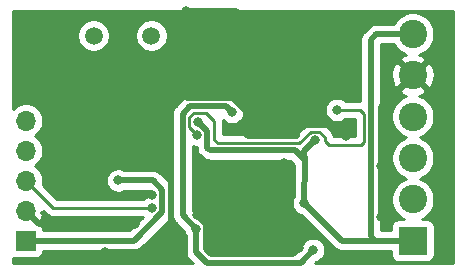
<source format=gbr>
G04 #@! TF.GenerationSoftware,KiCad,Pcbnew,5.1.5+dfsg1-2build2*
G04 #@! TF.CreationDate,2022-02-15T20:08:37+01:00*
G04 #@! TF.ProjectId,LIN_DISCO3,4c494e5f-4449-4534-934f-332e6b696361,rev?*
G04 #@! TF.SameCoordinates,Original*
G04 #@! TF.FileFunction,Copper,L2,Bot*
G04 #@! TF.FilePolarity,Positive*
%FSLAX46Y46*%
G04 Gerber Fmt 4.6, Leading zero omitted, Abs format (unit mm)*
G04 Created by KiCad (PCBNEW 5.1.5+dfsg1-2build2) date 2022-02-15 20:08:37*
%MOMM*%
%LPD*%
G04 APERTURE LIST*
%ADD10C,1.500000*%
%ADD11O,1.700000X1.700000*%
%ADD12R,1.700000X1.700000*%
%ADD13C,2.400000*%
%ADD14R,2.400000X2.400000*%
%ADD15C,0.800000*%
%ADD16C,0.500000*%
%ADD17C,0.250000*%
%ADD18C,0.254000*%
G04 APERTURE END LIST*
D10*
X168354400Y-60756800D03*
X163474400Y-60756800D03*
D11*
X157734000Y-67945000D03*
X157734000Y-70485000D03*
X157734000Y-73025000D03*
X157734000Y-75565000D03*
D12*
X157734000Y-78105000D03*
D13*
X190500000Y-60605000D03*
X190500000Y-64105000D03*
X190500000Y-67605000D03*
X190500000Y-71105000D03*
X190500000Y-74605000D03*
D14*
X190500000Y-78105000D03*
D15*
X187833000Y-71755000D03*
X167005000Y-76708000D03*
X171323000Y-58674000D03*
X164896800Y-74218800D03*
X168457600Y-74214000D03*
X180848000Y-78740000D03*
X172262800Y-75895200D03*
X170840400Y-64516000D03*
X174599600Y-75742800D03*
X176375000Y-75742800D03*
X175564800Y-68834000D03*
X176682400Y-64516000D03*
X187794000Y-76098400D03*
X184819689Y-69277400D03*
X179628800Y-71526400D03*
X174650400Y-71932800D03*
X177749200Y-59740800D03*
X177749200Y-61061600D03*
X177749200Y-62230000D03*
X178917600Y-62230000D03*
X178917600Y-61061600D03*
X180086000Y-61061600D03*
X180086000Y-62230000D03*
X181051200Y-62230000D03*
X181152800Y-61061600D03*
X182168800Y-61112400D03*
X182168800Y-62230000D03*
X183184800Y-62230000D03*
X183184800Y-61061600D03*
X183184800Y-59740800D03*
X183028259Y-63292659D03*
X182168800Y-63296800D03*
X181102000Y-63296800D03*
X180086000Y-63296800D03*
X164439600Y-79044800D03*
X182067200Y-78892400D03*
X172161200Y-77114400D03*
X175209200Y-67208400D03*
X165557200Y-72999600D03*
X181305200Y-74930000D03*
X182219600Y-69596000D03*
X172313600Y-68021200D03*
X172238148Y-69147830D03*
X184099200Y-67032800D03*
X168402000Y-75311000D03*
D16*
X187833000Y-66772000D02*
X190500000Y-64105000D01*
X187833000Y-71755000D02*
X187833000Y-66772000D01*
X158838001Y-76669001D02*
X158583999Y-76414999D01*
X158583999Y-76414999D02*
X157734000Y-75565000D01*
X167005000Y-76708000D02*
X158838001Y-76669001D01*
X164896800Y-74218800D02*
X168452800Y-74218800D01*
X168452800Y-74218800D02*
X168457600Y-74214000D01*
X180848000Y-78740000D02*
X180340000Y-79248000D01*
X180340000Y-79248000D02*
X173431200Y-79248000D01*
X173431200Y-79248000D02*
X173024800Y-78841600D01*
X173024800Y-76657200D02*
X172262800Y-75895200D01*
X173024800Y-78841600D02*
X173024800Y-76657200D01*
X170840400Y-59156600D02*
X171323000Y-58674000D01*
X170840400Y-64516000D02*
X170840400Y-59156600D01*
X174599600Y-75742800D02*
X176375000Y-75742800D01*
X176414801Y-67105199D02*
X175298802Y-65989200D01*
X176414801Y-67983999D02*
X176414801Y-67105199D01*
X175564800Y-68834000D02*
X176414801Y-67983999D01*
X175298802Y-65989200D02*
X171399200Y-65989200D01*
X170840400Y-65430400D02*
X170840400Y-64516000D01*
X171399200Y-65989200D02*
X170840400Y-65430400D01*
X176682400Y-64516000D02*
X176682400Y-59842400D01*
X175514000Y-58674000D02*
X171323000Y-58674000D01*
X176682400Y-59842400D02*
X175514000Y-58674000D01*
X187794000Y-71794000D02*
X187833000Y-71755000D01*
X187794000Y-76098400D02*
X187794000Y-71794000D01*
X180669203Y-69283569D02*
X180746400Y-67868800D01*
X176130485Y-68834000D02*
X176580054Y-69283569D01*
X175564800Y-68834000D02*
X176130485Y-68834000D01*
X183838278Y-68295989D02*
X184819689Y-69277400D01*
X180398431Y-69283569D02*
X181386011Y-68295989D01*
X181386011Y-68295989D02*
X183838278Y-68295989D01*
X176580054Y-69283569D02*
X180398431Y-69283569D01*
X180398431Y-69283569D02*
X180669203Y-69283569D01*
X179628800Y-71526400D02*
X179063115Y-71526400D01*
X175056800Y-71526400D02*
X174650400Y-71932800D01*
X179063115Y-71526400D02*
X175056800Y-71526400D01*
X177749200Y-59740800D02*
X177749200Y-61061600D01*
X177749200Y-62230000D02*
X178917600Y-62230000D01*
X178917600Y-61061600D02*
X180086000Y-61061600D01*
X180086000Y-62230000D02*
X181051200Y-62230000D01*
X182118000Y-61061600D02*
X182168800Y-61112400D01*
X181152800Y-61061600D02*
X182118000Y-61061600D01*
X182168800Y-62230000D02*
X183184800Y-62230000D01*
X183184800Y-61061600D02*
X183184800Y-59740800D01*
X182172941Y-63292659D02*
X182168800Y-63296800D01*
X183028259Y-63292659D02*
X182172941Y-63292659D01*
X181102000Y-63296800D02*
X180086000Y-63296800D01*
X164439600Y-79044800D02*
X167944800Y-79044800D01*
X170007611Y-76981989D02*
X170007611Y-71800389D01*
X167944800Y-79044800D02*
X170007611Y-76981989D01*
X170007611Y-71800389D02*
X169682822Y-71475600D01*
X169682822Y-71475600D02*
X164134800Y-71475600D01*
X164134800Y-71475600D02*
X163982400Y-71628000D01*
X163982400Y-73304400D02*
X164896800Y-74218800D01*
X163982400Y-71628000D02*
X163982400Y-73304400D01*
X182067200Y-78892400D02*
X181000400Y-79959200D01*
X181000400Y-79959200D02*
X173075600Y-79959200D01*
X172161200Y-79044800D02*
X172161200Y-77114400D01*
X173075600Y-79959200D02*
X172161200Y-79044800D01*
X171013589Y-75966789D02*
X171013589Y-67340011D01*
X172161200Y-77114400D02*
X171013589Y-75966789D01*
X174721989Y-66721189D02*
X175209200Y-67208400D01*
X171632411Y-66721189D02*
X174721989Y-66721189D01*
X171013589Y-67340011D02*
X171632411Y-66721189D01*
X159084000Y-78105000D02*
X157734000Y-78105000D01*
X169307601Y-75663401D02*
X166866002Y-78105000D01*
X169307601Y-73805999D02*
X169307601Y-75663401D01*
X168501202Y-72999600D02*
X169307601Y-73805999D01*
X166866002Y-78105000D02*
X159084000Y-78105000D01*
X165557200Y-72999600D02*
X168501202Y-72999600D01*
X190500000Y-60605000D02*
X187426000Y-60605000D01*
X187426000Y-60605000D02*
X186944000Y-61087000D01*
X186944000Y-61087000D02*
X186944000Y-77724000D01*
X187325000Y-78105000D02*
X190500000Y-78105000D01*
X186944000Y-77724000D02*
X187325000Y-78105000D01*
X184480200Y-78105000D02*
X181305200Y-74930000D01*
X190500000Y-78105000D02*
X184480200Y-78105000D01*
X182219600Y-69596000D02*
X181305200Y-70510400D01*
X173088149Y-70218149D02*
X173303589Y-70433589D01*
X173088149Y-68795749D02*
X173088149Y-70218149D01*
X172313600Y-68021200D02*
X173088149Y-68795749D01*
X181356000Y-71298437D02*
X181356000Y-71475600D01*
X180491152Y-70433589D02*
X181356000Y-71298437D01*
X173303589Y-70433589D02*
X180491152Y-70433589D01*
X181356000Y-71475600D02*
X181305200Y-74930000D01*
X181305200Y-70510400D02*
X181356000Y-71475600D01*
D17*
X171588599Y-68498281D02*
X172238148Y-69147830D01*
X180907379Y-69858579D02*
X174252579Y-69858579D01*
X174244000Y-69850000D02*
X173990000Y-69850000D01*
X181894959Y-68870999D02*
X180907379Y-69858579D01*
X173990000Y-69850000D02*
X173685200Y-69545200D01*
X173685200Y-69545200D02*
X173685200Y-67970400D01*
X173685200Y-67970400D02*
X173010999Y-67296199D01*
X173010999Y-67296199D02*
X171965599Y-67296199D01*
X171965599Y-67296199D02*
X171588599Y-67673199D01*
X174252579Y-69858579D02*
X174244000Y-69850000D01*
X171588599Y-67673199D02*
X171588599Y-68498281D01*
X182567601Y-68870999D02*
X183032400Y-69335798D01*
X181894959Y-68870999D02*
X182567601Y-68870999D01*
X183032400Y-69335798D02*
X183032400Y-69646800D01*
X183032400Y-69646800D02*
X183388000Y-70002400D01*
X186080400Y-70002400D02*
X186368990Y-69713810D01*
X183388000Y-70002400D02*
X186080400Y-70002400D01*
X186368990Y-69713810D02*
X186368990Y-67344590D01*
X186057200Y-67032800D02*
X184099200Y-67032800D01*
X186368990Y-67344590D02*
X186057200Y-67032800D01*
X160020000Y-75311000D02*
X157734000Y-73025000D01*
X168402000Y-75311000D02*
X160020000Y-75311000D01*
D18*
G36*
X193904000Y-79985000D02*
G01*
X182226179Y-79985000D01*
X182312244Y-79898935D01*
X182369098Y-79887626D01*
X182557456Y-79809605D01*
X182726974Y-79696337D01*
X182871137Y-79552174D01*
X182984405Y-79382656D01*
X183062426Y-79194298D01*
X183102200Y-78994339D01*
X183102200Y-78790461D01*
X183062426Y-78590502D01*
X182984405Y-78402144D01*
X182871137Y-78232626D01*
X182726974Y-78088463D01*
X182557456Y-77975195D01*
X182369098Y-77897174D01*
X182169139Y-77857400D01*
X181965261Y-77857400D01*
X181765302Y-77897174D01*
X181576944Y-77975195D01*
X181407426Y-78088463D01*
X181263263Y-78232626D01*
X181149995Y-78402144D01*
X181071974Y-78590502D01*
X181060665Y-78647356D01*
X180633822Y-79074200D01*
X173442179Y-79074200D01*
X173046200Y-78678222D01*
X173046200Y-77652854D01*
X173078405Y-77604656D01*
X173156426Y-77416298D01*
X173196200Y-77216339D01*
X173196200Y-77012461D01*
X173156426Y-76812502D01*
X173078405Y-76624144D01*
X172965137Y-76454626D01*
X172820974Y-76310463D01*
X172651456Y-76197195D01*
X172463098Y-76119174D01*
X172406244Y-76107865D01*
X171898589Y-75600211D01*
X171898589Y-70127456D01*
X171936250Y-70143056D01*
X172136209Y-70182830D01*
X172202346Y-70182830D01*
X172198868Y-70218149D01*
X172215954Y-70391639D01*
X172266561Y-70558462D01*
X172348739Y-70712208D01*
X172431617Y-70813195D01*
X172431620Y-70813198D01*
X172459333Y-70846966D01*
X172493101Y-70874679D01*
X172647055Y-71028633D01*
X172674772Y-71062406D01*
X172809530Y-71173000D01*
X172963276Y-71255178D01*
X173130099Y-71305784D01*
X173260112Y-71318589D01*
X173260122Y-71318589D01*
X173303588Y-71322870D01*
X173347054Y-71318589D01*
X180124574Y-71318589D01*
X180468161Y-71662176D01*
X180428199Y-74379574D01*
X180387995Y-74439744D01*
X180309974Y-74628102D01*
X180270200Y-74828061D01*
X180270200Y-75031939D01*
X180309974Y-75231898D01*
X180387995Y-75420256D01*
X180501263Y-75589774D01*
X180645426Y-75733937D01*
X180814944Y-75847205D01*
X181003302Y-75925226D01*
X181060157Y-75936535D01*
X183823670Y-78700049D01*
X183851383Y-78733817D01*
X183885151Y-78761530D01*
X183885153Y-78761532D01*
X183920403Y-78790461D01*
X183986141Y-78844411D01*
X184139887Y-78926589D01*
X184306710Y-78977195D01*
X184436723Y-78990000D01*
X184436733Y-78990000D01*
X184480199Y-78994281D01*
X184523666Y-78990000D01*
X187281533Y-78990000D01*
X187324999Y-78994281D01*
X187368465Y-78990000D01*
X188661928Y-78990000D01*
X188661928Y-79305000D01*
X188674188Y-79429482D01*
X188710498Y-79549180D01*
X188769463Y-79659494D01*
X188848815Y-79756185D01*
X188945506Y-79835537D01*
X189055820Y-79894502D01*
X189175518Y-79930812D01*
X189300000Y-79943072D01*
X191700000Y-79943072D01*
X191824482Y-79930812D01*
X191944180Y-79894502D01*
X192054494Y-79835537D01*
X192151185Y-79756185D01*
X192230537Y-79659494D01*
X192289502Y-79549180D01*
X192325812Y-79429482D01*
X192338072Y-79305000D01*
X192338072Y-76905000D01*
X192325812Y-76780518D01*
X192289502Y-76660820D01*
X192230537Y-76550506D01*
X192151185Y-76453815D01*
X192054494Y-76374463D01*
X191944180Y-76315498D01*
X191824482Y-76279188D01*
X191700000Y-76266928D01*
X191282838Y-76266928D01*
X191369199Y-76231156D01*
X191669744Y-76030338D01*
X191925338Y-75774744D01*
X192126156Y-75474199D01*
X192264482Y-75140250D01*
X192335000Y-74785732D01*
X192335000Y-74424268D01*
X192264482Y-74069750D01*
X192126156Y-73735801D01*
X191925338Y-73435256D01*
X191669744Y-73179662D01*
X191369199Y-72978844D01*
X191070213Y-72855000D01*
X191369199Y-72731156D01*
X191669744Y-72530338D01*
X191925338Y-72274744D01*
X192126156Y-71974199D01*
X192264482Y-71640250D01*
X192335000Y-71285732D01*
X192335000Y-70924268D01*
X192264482Y-70569750D01*
X192126156Y-70235801D01*
X191925338Y-69935256D01*
X191669744Y-69679662D01*
X191369199Y-69478844D01*
X191070213Y-69355000D01*
X191369199Y-69231156D01*
X191669744Y-69030338D01*
X191925338Y-68774744D01*
X192126156Y-68474199D01*
X192264482Y-68140250D01*
X192335000Y-67785732D01*
X192335000Y-67424268D01*
X192264482Y-67069750D01*
X192126156Y-66735801D01*
X191925338Y-66435256D01*
X191669744Y-66179662D01*
X191369199Y-65978844D01*
X191062511Y-65851810D01*
X191255833Y-65786846D01*
X191478486Y-65667836D01*
X191598374Y-65382980D01*
X190500000Y-64284605D01*
X189401626Y-65382980D01*
X189521514Y-65667836D01*
X189845210Y-65828699D01*
X189934690Y-65852969D01*
X189630801Y-65978844D01*
X189330256Y-66179662D01*
X189074662Y-66435256D01*
X188873844Y-66735801D01*
X188735518Y-67069750D01*
X188665000Y-67424268D01*
X188665000Y-67785732D01*
X188735518Y-68140250D01*
X188873844Y-68474199D01*
X189074662Y-68774744D01*
X189330256Y-69030338D01*
X189630801Y-69231156D01*
X189929787Y-69355000D01*
X189630801Y-69478844D01*
X189330256Y-69679662D01*
X189074662Y-69935256D01*
X188873844Y-70235801D01*
X188735518Y-70569750D01*
X188665000Y-70924268D01*
X188665000Y-71285732D01*
X188735518Y-71640250D01*
X188873844Y-71974199D01*
X189074662Y-72274744D01*
X189330256Y-72530338D01*
X189630801Y-72731156D01*
X189929787Y-72855000D01*
X189630801Y-72978844D01*
X189330256Y-73179662D01*
X189074662Y-73435256D01*
X188873844Y-73735801D01*
X188735518Y-74069750D01*
X188665000Y-74424268D01*
X188665000Y-74785732D01*
X188735518Y-75140250D01*
X188873844Y-75474199D01*
X189074662Y-75774744D01*
X189330256Y-76030338D01*
X189630801Y-76231156D01*
X189717162Y-76266928D01*
X189300000Y-76266928D01*
X189175518Y-76279188D01*
X189055820Y-76315498D01*
X188945506Y-76374463D01*
X188848815Y-76453815D01*
X188769463Y-76550506D01*
X188710498Y-76660820D01*
X188674188Y-76780518D01*
X188661928Y-76905000D01*
X188661928Y-77220000D01*
X187829000Y-77220000D01*
X187829000Y-64159684D01*
X188656933Y-64159684D01*
X188703015Y-64518198D01*
X188818154Y-64860833D01*
X188937164Y-65083486D01*
X189222020Y-65203374D01*
X190320395Y-64105000D01*
X190679605Y-64105000D01*
X191777980Y-65203374D01*
X192062836Y-65083486D01*
X192223699Y-64759790D01*
X192318322Y-64410931D01*
X192343067Y-64050316D01*
X192296985Y-63691802D01*
X192181846Y-63349167D01*
X192062836Y-63126514D01*
X191777980Y-63006626D01*
X190679605Y-64105000D01*
X190320395Y-64105000D01*
X189222020Y-63006626D01*
X188937164Y-63126514D01*
X188776301Y-63450210D01*
X188681678Y-63799069D01*
X188656933Y-64159684D01*
X187829000Y-64159684D01*
X187829000Y-61490000D01*
X188884402Y-61490000D01*
X189074662Y-61774744D01*
X189330256Y-62030338D01*
X189630801Y-62231156D01*
X189937489Y-62358190D01*
X189744167Y-62423154D01*
X189521514Y-62542164D01*
X189401626Y-62827020D01*
X190500000Y-63925395D01*
X191598374Y-62827020D01*
X191478486Y-62542164D01*
X191154790Y-62381301D01*
X191065310Y-62357031D01*
X191369199Y-62231156D01*
X191669744Y-62030338D01*
X191925338Y-61774744D01*
X192126156Y-61474199D01*
X192264482Y-61140250D01*
X192335000Y-60785732D01*
X192335000Y-60424268D01*
X192264482Y-60069750D01*
X192126156Y-59735801D01*
X191925338Y-59435256D01*
X191669744Y-59179662D01*
X191369199Y-58978844D01*
X191035250Y-58840518D01*
X190680732Y-58770000D01*
X190319268Y-58770000D01*
X189964750Y-58840518D01*
X189630801Y-58978844D01*
X189330256Y-59179662D01*
X189074662Y-59435256D01*
X188884402Y-59720000D01*
X187469469Y-59720000D01*
X187426000Y-59715719D01*
X187382531Y-59720000D01*
X187382523Y-59720000D01*
X187267306Y-59731348D01*
X187252509Y-59732805D01*
X187201903Y-59748157D01*
X187085687Y-59783411D01*
X186931941Y-59865589D01*
X186797183Y-59976183D01*
X186769466Y-60009956D01*
X186348956Y-60430466D01*
X186315183Y-60458183D01*
X186204589Y-60592942D01*
X186122411Y-60746688D01*
X186071805Y-60913511D01*
X186059000Y-61043524D01*
X186059000Y-61043531D01*
X186054719Y-61087000D01*
X186059000Y-61130469D01*
X186059000Y-66269301D01*
X186057200Y-66269124D01*
X186019878Y-66272800D01*
X184802911Y-66272800D01*
X184758974Y-66228863D01*
X184589456Y-66115595D01*
X184401098Y-66037574D01*
X184201139Y-65997800D01*
X183997261Y-65997800D01*
X183797302Y-66037574D01*
X183608944Y-66115595D01*
X183439426Y-66228863D01*
X183295263Y-66373026D01*
X183181995Y-66542544D01*
X183103974Y-66730902D01*
X183064200Y-66930861D01*
X183064200Y-67134739D01*
X183103974Y-67334698D01*
X183181995Y-67523056D01*
X183295263Y-67692574D01*
X183439426Y-67836737D01*
X183608944Y-67950005D01*
X183797302Y-68028026D01*
X183997261Y-68067800D01*
X184201139Y-68067800D01*
X184401098Y-68028026D01*
X184589456Y-67950005D01*
X184758974Y-67836737D01*
X184802911Y-67792800D01*
X185608991Y-67792800D01*
X185608990Y-69242400D01*
X183786878Y-69242400D01*
X183781403Y-69186812D01*
X183737946Y-69043551D01*
X183723447Y-69016426D01*
X183667374Y-68911521D01*
X183632431Y-68868944D01*
X183572401Y-68795797D01*
X183543398Y-68771995D01*
X183131405Y-68360002D01*
X183107602Y-68330998D01*
X182991877Y-68236025D01*
X182859848Y-68165453D01*
X182716587Y-68121996D01*
X182604934Y-68110999D01*
X182604923Y-68110999D01*
X182567601Y-68107323D01*
X182530279Y-68110999D01*
X181932281Y-68110999D01*
X181894958Y-68107323D01*
X181857635Y-68110999D01*
X181857626Y-68110999D01*
X181745973Y-68121996D01*
X181615417Y-68161599D01*
X181602712Y-68165453D01*
X181470682Y-68236025D01*
X181438245Y-68262646D01*
X181354958Y-68330998D01*
X181331160Y-68359996D01*
X180592578Y-69098579D01*
X174445200Y-69098579D01*
X174445200Y-68007722D01*
X174448876Y-67970399D01*
X174445200Y-67933076D01*
X174445200Y-67933067D01*
X174442473Y-67905384D01*
X174549426Y-68012337D01*
X174718944Y-68125605D01*
X174907302Y-68203626D01*
X175107261Y-68243400D01*
X175311139Y-68243400D01*
X175511098Y-68203626D01*
X175699456Y-68125605D01*
X175868974Y-68012337D01*
X176013137Y-67868174D01*
X176126405Y-67698656D01*
X176204426Y-67510298D01*
X176244200Y-67310339D01*
X176244200Y-67106461D01*
X176204426Y-66906502D01*
X176126405Y-66718144D01*
X176013137Y-66548626D01*
X175868974Y-66404463D01*
X175699456Y-66291195D01*
X175511098Y-66213174D01*
X175454243Y-66201865D01*
X175378523Y-66126145D01*
X175350806Y-66092372D01*
X175216048Y-65981778D01*
X175062302Y-65899600D01*
X174895479Y-65848994D01*
X174765466Y-65836189D01*
X174765458Y-65836189D01*
X174721989Y-65831908D01*
X174678520Y-65836189D01*
X171675876Y-65836189D01*
X171632410Y-65831908D01*
X171588944Y-65836189D01*
X171588934Y-65836189D01*
X171458921Y-65848994D01*
X171292098Y-65899600D01*
X171138352Y-65981778D01*
X171138350Y-65981779D01*
X171138351Y-65981779D01*
X171037364Y-66064657D01*
X171037362Y-66064659D01*
X171003594Y-66092372D01*
X170975881Y-66126140D01*
X170418540Y-66683482D01*
X170384773Y-66711194D01*
X170357060Y-66744962D01*
X170357057Y-66744965D01*
X170274179Y-66845952D01*
X170192001Y-66999698D01*
X170141394Y-67166521D01*
X170124308Y-67340011D01*
X170128590Y-67383490D01*
X170128589Y-73464562D01*
X170047012Y-73311940D01*
X169936418Y-73177182D01*
X169902651Y-73149470D01*
X169157736Y-72404556D01*
X169130019Y-72370783D01*
X168995261Y-72260189D01*
X168841515Y-72178011D01*
X168674692Y-72127405D01*
X168544679Y-72114600D01*
X168544671Y-72114600D01*
X168501202Y-72110319D01*
X168457733Y-72114600D01*
X166095654Y-72114600D01*
X166047456Y-72082395D01*
X165859098Y-72004374D01*
X165659139Y-71964600D01*
X165455261Y-71964600D01*
X165255302Y-72004374D01*
X165066944Y-72082395D01*
X164897426Y-72195663D01*
X164753263Y-72339826D01*
X164639995Y-72509344D01*
X164561974Y-72697702D01*
X164522200Y-72897661D01*
X164522200Y-73101539D01*
X164561974Y-73301498D01*
X164639995Y-73489856D01*
X164753263Y-73659374D01*
X164897426Y-73803537D01*
X165066944Y-73916805D01*
X165255302Y-73994826D01*
X165455261Y-74034600D01*
X165659139Y-74034600D01*
X165859098Y-73994826D01*
X166047456Y-73916805D01*
X166095654Y-73884600D01*
X168134624Y-73884600D01*
X168422601Y-74172578D01*
X168422601Y-74276000D01*
X168300061Y-74276000D01*
X168100102Y-74315774D01*
X167911744Y-74393795D01*
X167742226Y-74507063D01*
X167698289Y-74551000D01*
X160334802Y-74551000D01*
X159175209Y-73391408D01*
X159219000Y-73171260D01*
X159219000Y-72878740D01*
X159161932Y-72591842D01*
X159049990Y-72321589D01*
X158887475Y-72078368D01*
X158680632Y-71871525D01*
X158506240Y-71755000D01*
X158680632Y-71638475D01*
X158887475Y-71431632D01*
X159049990Y-71188411D01*
X159161932Y-70918158D01*
X159219000Y-70631260D01*
X159219000Y-70338740D01*
X159161932Y-70051842D01*
X159049990Y-69781589D01*
X158887475Y-69538368D01*
X158680632Y-69331525D01*
X158506240Y-69215000D01*
X158680632Y-69098475D01*
X158887475Y-68891632D01*
X159049990Y-68648411D01*
X159161932Y-68378158D01*
X159219000Y-68091260D01*
X159219000Y-67798740D01*
X159161932Y-67511842D01*
X159049990Y-67241589D01*
X158887475Y-66998368D01*
X158680632Y-66791525D01*
X158437411Y-66629010D01*
X158167158Y-66517068D01*
X157880260Y-66460000D01*
X157587740Y-66460000D01*
X157300842Y-66517068D01*
X157030589Y-66629010D01*
X156787368Y-66791525D01*
X156616000Y-66962893D01*
X156616000Y-60620389D01*
X162089400Y-60620389D01*
X162089400Y-60893211D01*
X162142625Y-61160789D01*
X162247029Y-61412843D01*
X162398601Y-61639686D01*
X162591514Y-61832599D01*
X162818357Y-61984171D01*
X163070411Y-62088575D01*
X163337989Y-62141800D01*
X163610811Y-62141800D01*
X163878389Y-62088575D01*
X164130443Y-61984171D01*
X164357286Y-61832599D01*
X164550199Y-61639686D01*
X164701771Y-61412843D01*
X164806175Y-61160789D01*
X164859400Y-60893211D01*
X164859400Y-60620389D01*
X166969400Y-60620389D01*
X166969400Y-60893211D01*
X167022625Y-61160789D01*
X167127029Y-61412843D01*
X167278601Y-61639686D01*
X167471514Y-61832599D01*
X167698357Y-61984171D01*
X167950411Y-62088575D01*
X168217989Y-62141800D01*
X168490811Y-62141800D01*
X168758389Y-62088575D01*
X169010443Y-61984171D01*
X169237286Y-61832599D01*
X169430199Y-61639686D01*
X169581771Y-61412843D01*
X169686175Y-61160789D01*
X169739400Y-60893211D01*
X169739400Y-60620389D01*
X169686175Y-60352811D01*
X169581771Y-60100757D01*
X169430199Y-59873914D01*
X169237286Y-59681001D01*
X169010443Y-59529429D01*
X168758389Y-59425025D01*
X168490811Y-59371800D01*
X168217989Y-59371800D01*
X167950411Y-59425025D01*
X167698357Y-59529429D01*
X167471514Y-59681001D01*
X167278601Y-59873914D01*
X167127029Y-60100757D01*
X167022625Y-60352811D01*
X166969400Y-60620389D01*
X164859400Y-60620389D01*
X164806175Y-60352811D01*
X164701771Y-60100757D01*
X164550199Y-59873914D01*
X164357286Y-59681001D01*
X164130443Y-59529429D01*
X163878389Y-59425025D01*
X163610811Y-59371800D01*
X163337989Y-59371800D01*
X163070411Y-59425025D01*
X162818357Y-59529429D01*
X162591514Y-59681001D01*
X162398601Y-59873914D01*
X162247029Y-60100757D01*
X162142625Y-60352811D01*
X162089400Y-60620389D01*
X156616000Y-60620389D01*
X156616000Y-58699000D01*
X193904001Y-58699000D01*
X193904000Y-79985000D01*
G37*
X193904000Y-79985000D02*
X182226179Y-79985000D01*
X182312244Y-79898935D01*
X182369098Y-79887626D01*
X182557456Y-79809605D01*
X182726974Y-79696337D01*
X182871137Y-79552174D01*
X182984405Y-79382656D01*
X183062426Y-79194298D01*
X183102200Y-78994339D01*
X183102200Y-78790461D01*
X183062426Y-78590502D01*
X182984405Y-78402144D01*
X182871137Y-78232626D01*
X182726974Y-78088463D01*
X182557456Y-77975195D01*
X182369098Y-77897174D01*
X182169139Y-77857400D01*
X181965261Y-77857400D01*
X181765302Y-77897174D01*
X181576944Y-77975195D01*
X181407426Y-78088463D01*
X181263263Y-78232626D01*
X181149995Y-78402144D01*
X181071974Y-78590502D01*
X181060665Y-78647356D01*
X180633822Y-79074200D01*
X173442179Y-79074200D01*
X173046200Y-78678222D01*
X173046200Y-77652854D01*
X173078405Y-77604656D01*
X173156426Y-77416298D01*
X173196200Y-77216339D01*
X173196200Y-77012461D01*
X173156426Y-76812502D01*
X173078405Y-76624144D01*
X172965137Y-76454626D01*
X172820974Y-76310463D01*
X172651456Y-76197195D01*
X172463098Y-76119174D01*
X172406244Y-76107865D01*
X171898589Y-75600211D01*
X171898589Y-70127456D01*
X171936250Y-70143056D01*
X172136209Y-70182830D01*
X172202346Y-70182830D01*
X172198868Y-70218149D01*
X172215954Y-70391639D01*
X172266561Y-70558462D01*
X172348739Y-70712208D01*
X172431617Y-70813195D01*
X172431620Y-70813198D01*
X172459333Y-70846966D01*
X172493101Y-70874679D01*
X172647055Y-71028633D01*
X172674772Y-71062406D01*
X172809530Y-71173000D01*
X172963276Y-71255178D01*
X173130099Y-71305784D01*
X173260112Y-71318589D01*
X173260122Y-71318589D01*
X173303588Y-71322870D01*
X173347054Y-71318589D01*
X180124574Y-71318589D01*
X180468161Y-71662176D01*
X180428199Y-74379574D01*
X180387995Y-74439744D01*
X180309974Y-74628102D01*
X180270200Y-74828061D01*
X180270200Y-75031939D01*
X180309974Y-75231898D01*
X180387995Y-75420256D01*
X180501263Y-75589774D01*
X180645426Y-75733937D01*
X180814944Y-75847205D01*
X181003302Y-75925226D01*
X181060157Y-75936535D01*
X183823670Y-78700049D01*
X183851383Y-78733817D01*
X183885151Y-78761530D01*
X183885153Y-78761532D01*
X183920403Y-78790461D01*
X183986141Y-78844411D01*
X184139887Y-78926589D01*
X184306710Y-78977195D01*
X184436723Y-78990000D01*
X184436733Y-78990000D01*
X184480199Y-78994281D01*
X184523666Y-78990000D01*
X187281533Y-78990000D01*
X187324999Y-78994281D01*
X187368465Y-78990000D01*
X188661928Y-78990000D01*
X188661928Y-79305000D01*
X188674188Y-79429482D01*
X188710498Y-79549180D01*
X188769463Y-79659494D01*
X188848815Y-79756185D01*
X188945506Y-79835537D01*
X189055820Y-79894502D01*
X189175518Y-79930812D01*
X189300000Y-79943072D01*
X191700000Y-79943072D01*
X191824482Y-79930812D01*
X191944180Y-79894502D01*
X192054494Y-79835537D01*
X192151185Y-79756185D01*
X192230537Y-79659494D01*
X192289502Y-79549180D01*
X192325812Y-79429482D01*
X192338072Y-79305000D01*
X192338072Y-76905000D01*
X192325812Y-76780518D01*
X192289502Y-76660820D01*
X192230537Y-76550506D01*
X192151185Y-76453815D01*
X192054494Y-76374463D01*
X191944180Y-76315498D01*
X191824482Y-76279188D01*
X191700000Y-76266928D01*
X191282838Y-76266928D01*
X191369199Y-76231156D01*
X191669744Y-76030338D01*
X191925338Y-75774744D01*
X192126156Y-75474199D01*
X192264482Y-75140250D01*
X192335000Y-74785732D01*
X192335000Y-74424268D01*
X192264482Y-74069750D01*
X192126156Y-73735801D01*
X191925338Y-73435256D01*
X191669744Y-73179662D01*
X191369199Y-72978844D01*
X191070213Y-72855000D01*
X191369199Y-72731156D01*
X191669744Y-72530338D01*
X191925338Y-72274744D01*
X192126156Y-71974199D01*
X192264482Y-71640250D01*
X192335000Y-71285732D01*
X192335000Y-70924268D01*
X192264482Y-70569750D01*
X192126156Y-70235801D01*
X191925338Y-69935256D01*
X191669744Y-69679662D01*
X191369199Y-69478844D01*
X191070213Y-69355000D01*
X191369199Y-69231156D01*
X191669744Y-69030338D01*
X191925338Y-68774744D01*
X192126156Y-68474199D01*
X192264482Y-68140250D01*
X192335000Y-67785732D01*
X192335000Y-67424268D01*
X192264482Y-67069750D01*
X192126156Y-66735801D01*
X191925338Y-66435256D01*
X191669744Y-66179662D01*
X191369199Y-65978844D01*
X191062511Y-65851810D01*
X191255833Y-65786846D01*
X191478486Y-65667836D01*
X191598374Y-65382980D01*
X190500000Y-64284605D01*
X189401626Y-65382980D01*
X189521514Y-65667836D01*
X189845210Y-65828699D01*
X189934690Y-65852969D01*
X189630801Y-65978844D01*
X189330256Y-66179662D01*
X189074662Y-66435256D01*
X188873844Y-66735801D01*
X188735518Y-67069750D01*
X188665000Y-67424268D01*
X188665000Y-67785732D01*
X188735518Y-68140250D01*
X188873844Y-68474199D01*
X189074662Y-68774744D01*
X189330256Y-69030338D01*
X189630801Y-69231156D01*
X189929787Y-69355000D01*
X189630801Y-69478844D01*
X189330256Y-69679662D01*
X189074662Y-69935256D01*
X188873844Y-70235801D01*
X188735518Y-70569750D01*
X188665000Y-70924268D01*
X188665000Y-71285732D01*
X188735518Y-71640250D01*
X188873844Y-71974199D01*
X189074662Y-72274744D01*
X189330256Y-72530338D01*
X189630801Y-72731156D01*
X189929787Y-72855000D01*
X189630801Y-72978844D01*
X189330256Y-73179662D01*
X189074662Y-73435256D01*
X188873844Y-73735801D01*
X188735518Y-74069750D01*
X188665000Y-74424268D01*
X188665000Y-74785732D01*
X188735518Y-75140250D01*
X188873844Y-75474199D01*
X189074662Y-75774744D01*
X189330256Y-76030338D01*
X189630801Y-76231156D01*
X189717162Y-76266928D01*
X189300000Y-76266928D01*
X189175518Y-76279188D01*
X189055820Y-76315498D01*
X188945506Y-76374463D01*
X188848815Y-76453815D01*
X188769463Y-76550506D01*
X188710498Y-76660820D01*
X188674188Y-76780518D01*
X188661928Y-76905000D01*
X188661928Y-77220000D01*
X187829000Y-77220000D01*
X187829000Y-64159684D01*
X188656933Y-64159684D01*
X188703015Y-64518198D01*
X188818154Y-64860833D01*
X188937164Y-65083486D01*
X189222020Y-65203374D01*
X190320395Y-64105000D01*
X190679605Y-64105000D01*
X191777980Y-65203374D01*
X192062836Y-65083486D01*
X192223699Y-64759790D01*
X192318322Y-64410931D01*
X192343067Y-64050316D01*
X192296985Y-63691802D01*
X192181846Y-63349167D01*
X192062836Y-63126514D01*
X191777980Y-63006626D01*
X190679605Y-64105000D01*
X190320395Y-64105000D01*
X189222020Y-63006626D01*
X188937164Y-63126514D01*
X188776301Y-63450210D01*
X188681678Y-63799069D01*
X188656933Y-64159684D01*
X187829000Y-64159684D01*
X187829000Y-61490000D01*
X188884402Y-61490000D01*
X189074662Y-61774744D01*
X189330256Y-62030338D01*
X189630801Y-62231156D01*
X189937489Y-62358190D01*
X189744167Y-62423154D01*
X189521514Y-62542164D01*
X189401626Y-62827020D01*
X190500000Y-63925395D01*
X191598374Y-62827020D01*
X191478486Y-62542164D01*
X191154790Y-62381301D01*
X191065310Y-62357031D01*
X191369199Y-62231156D01*
X191669744Y-62030338D01*
X191925338Y-61774744D01*
X192126156Y-61474199D01*
X192264482Y-61140250D01*
X192335000Y-60785732D01*
X192335000Y-60424268D01*
X192264482Y-60069750D01*
X192126156Y-59735801D01*
X191925338Y-59435256D01*
X191669744Y-59179662D01*
X191369199Y-58978844D01*
X191035250Y-58840518D01*
X190680732Y-58770000D01*
X190319268Y-58770000D01*
X189964750Y-58840518D01*
X189630801Y-58978844D01*
X189330256Y-59179662D01*
X189074662Y-59435256D01*
X188884402Y-59720000D01*
X187469469Y-59720000D01*
X187426000Y-59715719D01*
X187382531Y-59720000D01*
X187382523Y-59720000D01*
X187267306Y-59731348D01*
X187252509Y-59732805D01*
X187201903Y-59748157D01*
X187085687Y-59783411D01*
X186931941Y-59865589D01*
X186797183Y-59976183D01*
X186769466Y-60009956D01*
X186348956Y-60430466D01*
X186315183Y-60458183D01*
X186204589Y-60592942D01*
X186122411Y-60746688D01*
X186071805Y-60913511D01*
X186059000Y-61043524D01*
X186059000Y-61043531D01*
X186054719Y-61087000D01*
X186059000Y-61130469D01*
X186059000Y-66269301D01*
X186057200Y-66269124D01*
X186019878Y-66272800D01*
X184802911Y-66272800D01*
X184758974Y-66228863D01*
X184589456Y-66115595D01*
X184401098Y-66037574D01*
X184201139Y-65997800D01*
X183997261Y-65997800D01*
X183797302Y-66037574D01*
X183608944Y-66115595D01*
X183439426Y-66228863D01*
X183295263Y-66373026D01*
X183181995Y-66542544D01*
X183103974Y-66730902D01*
X183064200Y-66930861D01*
X183064200Y-67134739D01*
X183103974Y-67334698D01*
X183181995Y-67523056D01*
X183295263Y-67692574D01*
X183439426Y-67836737D01*
X183608944Y-67950005D01*
X183797302Y-68028026D01*
X183997261Y-68067800D01*
X184201139Y-68067800D01*
X184401098Y-68028026D01*
X184589456Y-67950005D01*
X184758974Y-67836737D01*
X184802911Y-67792800D01*
X185608991Y-67792800D01*
X185608990Y-69242400D01*
X183786878Y-69242400D01*
X183781403Y-69186812D01*
X183737946Y-69043551D01*
X183723447Y-69016426D01*
X183667374Y-68911521D01*
X183632431Y-68868944D01*
X183572401Y-68795797D01*
X183543398Y-68771995D01*
X183131405Y-68360002D01*
X183107602Y-68330998D01*
X182991877Y-68236025D01*
X182859848Y-68165453D01*
X182716587Y-68121996D01*
X182604934Y-68110999D01*
X182604923Y-68110999D01*
X182567601Y-68107323D01*
X182530279Y-68110999D01*
X181932281Y-68110999D01*
X181894958Y-68107323D01*
X181857635Y-68110999D01*
X181857626Y-68110999D01*
X181745973Y-68121996D01*
X181615417Y-68161599D01*
X181602712Y-68165453D01*
X181470682Y-68236025D01*
X181438245Y-68262646D01*
X181354958Y-68330998D01*
X181331160Y-68359996D01*
X180592578Y-69098579D01*
X174445200Y-69098579D01*
X174445200Y-68007722D01*
X174448876Y-67970399D01*
X174445200Y-67933076D01*
X174445200Y-67933067D01*
X174442473Y-67905384D01*
X174549426Y-68012337D01*
X174718944Y-68125605D01*
X174907302Y-68203626D01*
X175107261Y-68243400D01*
X175311139Y-68243400D01*
X175511098Y-68203626D01*
X175699456Y-68125605D01*
X175868974Y-68012337D01*
X176013137Y-67868174D01*
X176126405Y-67698656D01*
X176204426Y-67510298D01*
X176244200Y-67310339D01*
X176244200Y-67106461D01*
X176204426Y-66906502D01*
X176126405Y-66718144D01*
X176013137Y-66548626D01*
X175868974Y-66404463D01*
X175699456Y-66291195D01*
X175511098Y-66213174D01*
X175454243Y-66201865D01*
X175378523Y-66126145D01*
X175350806Y-66092372D01*
X175216048Y-65981778D01*
X175062302Y-65899600D01*
X174895479Y-65848994D01*
X174765466Y-65836189D01*
X174765458Y-65836189D01*
X174721989Y-65831908D01*
X174678520Y-65836189D01*
X171675876Y-65836189D01*
X171632410Y-65831908D01*
X171588944Y-65836189D01*
X171588934Y-65836189D01*
X171458921Y-65848994D01*
X171292098Y-65899600D01*
X171138352Y-65981778D01*
X171138350Y-65981779D01*
X171138351Y-65981779D01*
X171037364Y-66064657D01*
X171037362Y-66064659D01*
X171003594Y-66092372D01*
X170975881Y-66126140D01*
X170418540Y-66683482D01*
X170384773Y-66711194D01*
X170357060Y-66744962D01*
X170357057Y-66744965D01*
X170274179Y-66845952D01*
X170192001Y-66999698D01*
X170141394Y-67166521D01*
X170124308Y-67340011D01*
X170128590Y-67383490D01*
X170128589Y-73464562D01*
X170047012Y-73311940D01*
X169936418Y-73177182D01*
X169902651Y-73149470D01*
X169157736Y-72404556D01*
X169130019Y-72370783D01*
X168995261Y-72260189D01*
X168841515Y-72178011D01*
X168674692Y-72127405D01*
X168544679Y-72114600D01*
X168544671Y-72114600D01*
X168501202Y-72110319D01*
X168457733Y-72114600D01*
X166095654Y-72114600D01*
X166047456Y-72082395D01*
X165859098Y-72004374D01*
X165659139Y-71964600D01*
X165455261Y-71964600D01*
X165255302Y-72004374D01*
X165066944Y-72082395D01*
X164897426Y-72195663D01*
X164753263Y-72339826D01*
X164639995Y-72509344D01*
X164561974Y-72697702D01*
X164522200Y-72897661D01*
X164522200Y-73101539D01*
X164561974Y-73301498D01*
X164639995Y-73489856D01*
X164753263Y-73659374D01*
X164897426Y-73803537D01*
X165066944Y-73916805D01*
X165255302Y-73994826D01*
X165455261Y-74034600D01*
X165659139Y-74034600D01*
X165859098Y-73994826D01*
X166047456Y-73916805D01*
X166095654Y-73884600D01*
X168134624Y-73884600D01*
X168422601Y-74172578D01*
X168422601Y-74276000D01*
X168300061Y-74276000D01*
X168100102Y-74315774D01*
X167911744Y-74393795D01*
X167742226Y-74507063D01*
X167698289Y-74551000D01*
X160334802Y-74551000D01*
X159175209Y-73391408D01*
X159219000Y-73171260D01*
X159219000Y-72878740D01*
X159161932Y-72591842D01*
X159049990Y-72321589D01*
X158887475Y-72078368D01*
X158680632Y-71871525D01*
X158506240Y-71755000D01*
X158680632Y-71638475D01*
X158887475Y-71431632D01*
X159049990Y-71188411D01*
X159161932Y-70918158D01*
X159219000Y-70631260D01*
X159219000Y-70338740D01*
X159161932Y-70051842D01*
X159049990Y-69781589D01*
X158887475Y-69538368D01*
X158680632Y-69331525D01*
X158506240Y-69215000D01*
X158680632Y-69098475D01*
X158887475Y-68891632D01*
X159049990Y-68648411D01*
X159161932Y-68378158D01*
X159219000Y-68091260D01*
X159219000Y-67798740D01*
X159161932Y-67511842D01*
X159049990Y-67241589D01*
X158887475Y-66998368D01*
X158680632Y-66791525D01*
X158437411Y-66629010D01*
X158167158Y-66517068D01*
X157880260Y-66460000D01*
X157587740Y-66460000D01*
X157300842Y-66517068D01*
X157030589Y-66629010D01*
X156787368Y-66791525D01*
X156616000Y-66962893D01*
X156616000Y-60620389D01*
X162089400Y-60620389D01*
X162089400Y-60893211D01*
X162142625Y-61160789D01*
X162247029Y-61412843D01*
X162398601Y-61639686D01*
X162591514Y-61832599D01*
X162818357Y-61984171D01*
X163070411Y-62088575D01*
X163337989Y-62141800D01*
X163610811Y-62141800D01*
X163878389Y-62088575D01*
X164130443Y-61984171D01*
X164357286Y-61832599D01*
X164550199Y-61639686D01*
X164701771Y-61412843D01*
X164806175Y-61160789D01*
X164859400Y-60893211D01*
X164859400Y-60620389D01*
X166969400Y-60620389D01*
X166969400Y-60893211D01*
X167022625Y-61160789D01*
X167127029Y-61412843D01*
X167278601Y-61639686D01*
X167471514Y-61832599D01*
X167698357Y-61984171D01*
X167950411Y-62088575D01*
X168217989Y-62141800D01*
X168490811Y-62141800D01*
X168758389Y-62088575D01*
X169010443Y-61984171D01*
X169237286Y-61832599D01*
X169430199Y-61639686D01*
X169581771Y-61412843D01*
X169686175Y-61160789D01*
X169739400Y-60893211D01*
X169739400Y-60620389D01*
X169686175Y-60352811D01*
X169581771Y-60100757D01*
X169430199Y-59873914D01*
X169237286Y-59681001D01*
X169010443Y-59529429D01*
X168758389Y-59425025D01*
X168490811Y-59371800D01*
X168217989Y-59371800D01*
X167950411Y-59425025D01*
X167698357Y-59529429D01*
X167471514Y-59681001D01*
X167278601Y-59873914D01*
X167127029Y-60100757D01*
X167022625Y-60352811D01*
X166969400Y-60620389D01*
X164859400Y-60620389D01*
X164806175Y-60352811D01*
X164701771Y-60100757D01*
X164550199Y-59873914D01*
X164357286Y-59681001D01*
X164130443Y-59529429D01*
X163878389Y-59425025D01*
X163610811Y-59371800D01*
X163337989Y-59371800D01*
X163070411Y-59425025D01*
X162818357Y-59529429D01*
X162591514Y-59681001D01*
X162398601Y-59873914D01*
X162247029Y-60100757D01*
X162142625Y-60352811D01*
X162089400Y-60620389D01*
X156616000Y-60620389D01*
X156616000Y-58699000D01*
X193904001Y-58699000D01*
X193904000Y-79985000D01*
G36*
X170128589Y-76010258D02*
G01*
X170128589Y-76010265D01*
X170141394Y-76140278D01*
X170192000Y-76307101D01*
X170274178Y-76460847D01*
X170384772Y-76595606D01*
X170418545Y-76623323D01*
X171154665Y-77359444D01*
X171165974Y-77416298D01*
X171243995Y-77604656D01*
X171276201Y-77652855D01*
X171276200Y-79001331D01*
X171271919Y-79044800D01*
X171276200Y-79088269D01*
X171276200Y-79088276D01*
X171289005Y-79218289D01*
X171339611Y-79385112D01*
X171421789Y-79538858D01*
X171532383Y-79673617D01*
X171566156Y-79701334D01*
X171849822Y-79985000D01*
X156616000Y-79985000D01*
X156616000Y-79531770D01*
X156639820Y-79544502D01*
X156759518Y-79580812D01*
X156884000Y-79593072D01*
X158584000Y-79593072D01*
X158708482Y-79580812D01*
X158828180Y-79544502D01*
X158938494Y-79485537D01*
X159035185Y-79406185D01*
X159114537Y-79309494D01*
X159173502Y-79199180D01*
X159209812Y-79079482D01*
X159218625Y-78990000D01*
X166822533Y-78990000D01*
X166866002Y-78994281D01*
X166909471Y-78990000D01*
X166909479Y-78990000D01*
X167039492Y-78977195D01*
X167206315Y-78926589D01*
X167360061Y-78844411D01*
X167494819Y-78733817D01*
X167522536Y-78700044D01*
X169902650Y-76319931D01*
X169936418Y-76292218D01*
X170047012Y-76157460D01*
X170128138Y-76005682D01*
X170128589Y-76010258D01*
G37*
X170128589Y-76010258D02*
X170128589Y-76010265D01*
X170141394Y-76140278D01*
X170192000Y-76307101D01*
X170274178Y-76460847D01*
X170384772Y-76595606D01*
X170418545Y-76623323D01*
X171154665Y-77359444D01*
X171165974Y-77416298D01*
X171243995Y-77604656D01*
X171276201Y-77652855D01*
X171276200Y-79001331D01*
X171271919Y-79044800D01*
X171276200Y-79088269D01*
X171276200Y-79088276D01*
X171289005Y-79218289D01*
X171339611Y-79385112D01*
X171421789Y-79538858D01*
X171532383Y-79673617D01*
X171566156Y-79701334D01*
X171849822Y-79985000D01*
X156616000Y-79985000D01*
X156616000Y-79531770D01*
X156639820Y-79544502D01*
X156759518Y-79580812D01*
X156884000Y-79593072D01*
X158584000Y-79593072D01*
X158708482Y-79580812D01*
X158828180Y-79544502D01*
X158938494Y-79485537D01*
X159035185Y-79406185D01*
X159114537Y-79309494D01*
X159173502Y-79199180D01*
X159209812Y-79079482D01*
X159218625Y-78990000D01*
X166822533Y-78990000D01*
X166866002Y-78994281D01*
X166909471Y-78990000D01*
X166909479Y-78990000D01*
X167039492Y-78977195D01*
X167206315Y-78926589D01*
X167360061Y-78844411D01*
X167494819Y-78733817D01*
X167522536Y-78700044D01*
X169902650Y-76319931D01*
X169936418Y-76292218D01*
X170047012Y-76157460D01*
X170128138Y-76005682D01*
X170128589Y-76010258D01*
G36*
X159456201Y-75822003D02*
G01*
X159479999Y-75851001D01*
X159595724Y-75945974D01*
X159727753Y-76016546D01*
X159871014Y-76060003D01*
X159982667Y-76071000D01*
X159982676Y-76071000D01*
X160019999Y-76074676D01*
X160057322Y-76071000D01*
X167648423Y-76071000D01*
X166499424Y-77220000D01*
X159218625Y-77220000D01*
X159209812Y-77130518D01*
X159173502Y-77010820D01*
X159114537Y-76900506D01*
X159035185Y-76803815D01*
X158938494Y-76724463D01*
X158828180Y-76665498D01*
X158747534Y-76641034D01*
X158831588Y-76565269D01*
X159005641Y-76331920D01*
X159130825Y-76069099D01*
X159175476Y-75921890D01*
X159054156Y-75692002D01*
X159219000Y-75692002D01*
X159219000Y-75584802D01*
X159456201Y-75822003D01*
G37*
X159456201Y-75822003D02*
X159479999Y-75851001D01*
X159595724Y-75945974D01*
X159727753Y-76016546D01*
X159871014Y-76060003D01*
X159982667Y-76071000D01*
X159982676Y-76071000D01*
X160019999Y-76074676D01*
X160057322Y-76071000D01*
X167648423Y-76071000D01*
X166499424Y-77220000D01*
X159218625Y-77220000D01*
X159209812Y-77130518D01*
X159173502Y-77010820D01*
X159114537Y-76900506D01*
X159035185Y-76803815D01*
X158938494Y-76724463D01*
X158828180Y-76665498D01*
X158747534Y-76641034D01*
X158831588Y-76565269D01*
X159005641Y-76331920D01*
X159130825Y-76069099D01*
X159175476Y-75921890D01*
X159054156Y-75692002D01*
X159219000Y-75692002D01*
X159219000Y-75584802D01*
X159456201Y-75822003D01*
G36*
X157861000Y-75438000D02*
G01*
X157881000Y-75438000D01*
X157881000Y-75692000D01*
X157861000Y-75692000D01*
X157861000Y-75712000D01*
X157607000Y-75712000D01*
X157607000Y-75692000D01*
X157587000Y-75692000D01*
X157587000Y-75438000D01*
X157607000Y-75438000D01*
X157607000Y-75418000D01*
X157861000Y-75418000D01*
X157861000Y-75438000D01*
G37*
X157861000Y-75438000D02*
X157881000Y-75438000D01*
X157881000Y-75692000D01*
X157861000Y-75692000D01*
X157861000Y-75712000D01*
X157607000Y-75712000D01*
X157607000Y-75692000D01*
X157587000Y-75692000D01*
X157587000Y-75438000D01*
X157607000Y-75438000D01*
X157607000Y-75418000D01*
X157861000Y-75418000D01*
X157861000Y-75438000D01*
M02*

</source>
